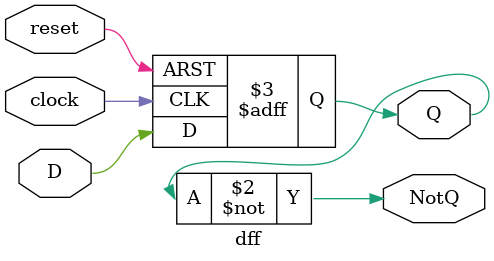
<source format=v>
module dff(
    input reset,
    input clock,
    input D,
    output reg Q,
    output NotQ
);

    always @(posedge reset, posedge clock) begin
        if (reset) begin
            Q <= 0;
        end else if (clock) begin
            Q <= D;
        end
    end

    assign NotQ = ~Q;
    
endmodule
</source>
